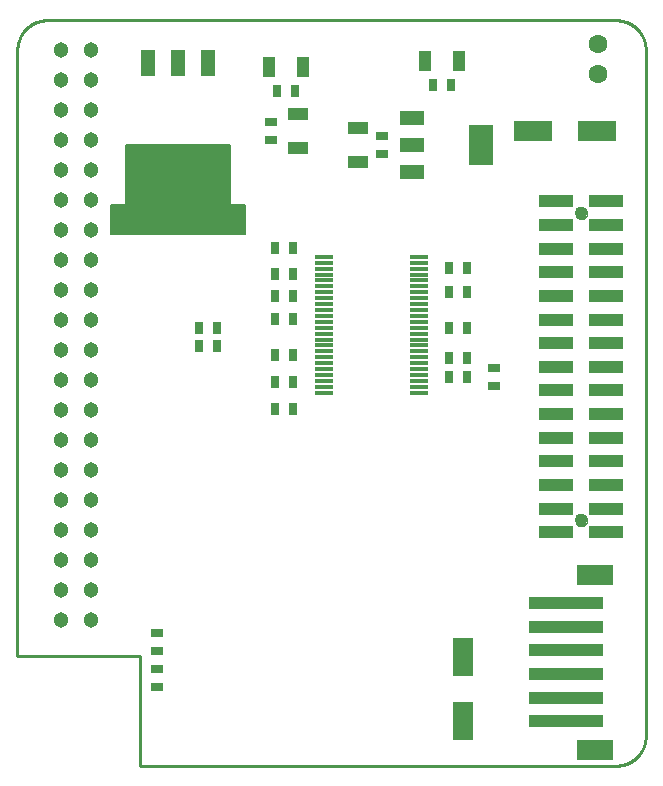
<source format=gts>
G75*
%MOIN*%
%OFA0B0*%
%FSLAX25Y25*%
%IPPOS*%
%LPD*%
%AMOC8*
5,1,8,0,0,1.08239X$1,22.5*
%
%ADD10C,0.01000*%
%ADD11R,0.02762X0.03943*%
%ADD12R,0.06699X0.03943*%
%ADD13R,0.03943X0.06699*%
%ADD14R,0.03943X0.02762*%
%ADD15C,0.05124*%
%ADD16R,0.11227X0.04337*%
%ADD17C,0.00000*%
%ADD18C,0.04337*%
%ADD19R,0.24809X0.04337*%
%ADD20R,0.12211X0.06699*%
%ADD21C,0.06306*%
%ADD22R,0.06306X0.01581*%
%ADD23R,0.08274X0.04731*%
%ADD24R,0.08274X0.13392*%
%ADD25R,0.12998X0.06699*%
%ADD26R,0.06699X0.12998*%
%ADD27R,0.04600X0.08900*%
%ADD28C,0.00500*%
D10*
X0001500Y0038000D02*
X0042500Y0038000D01*
X0042500Y0001500D01*
X0201000Y0001500D01*
X0201242Y0001503D01*
X0201483Y0001512D01*
X0201724Y0001526D01*
X0201965Y0001547D01*
X0202205Y0001573D01*
X0202445Y0001605D01*
X0202684Y0001643D01*
X0202921Y0001686D01*
X0203158Y0001736D01*
X0203393Y0001791D01*
X0203627Y0001851D01*
X0203859Y0001918D01*
X0204090Y0001989D01*
X0204319Y0002067D01*
X0204546Y0002150D01*
X0204771Y0002238D01*
X0204994Y0002332D01*
X0205214Y0002431D01*
X0205432Y0002536D01*
X0205647Y0002645D01*
X0205860Y0002760D01*
X0206070Y0002880D01*
X0206276Y0003005D01*
X0206480Y0003135D01*
X0206681Y0003270D01*
X0206878Y0003410D01*
X0207072Y0003554D01*
X0207262Y0003703D01*
X0207448Y0003857D01*
X0207631Y0004015D01*
X0207810Y0004177D01*
X0207985Y0004344D01*
X0208156Y0004515D01*
X0208323Y0004690D01*
X0208485Y0004869D01*
X0208643Y0005052D01*
X0208797Y0005238D01*
X0208946Y0005428D01*
X0209090Y0005622D01*
X0209230Y0005819D01*
X0209365Y0006020D01*
X0209495Y0006224D01*
X0209620Y0006430D01*
X0209740Y0006640D01*
X0209855Y0006853D01*
X0209964Y0007068D01*
X0210069Y0007286D01*
X0210168Y0007506D01*
X0210262Y0007729D01*
X0210350Y0007954D01*
X0210433Y0008181D01*
X0210511Y0008410D01*
X0210582Y0008641D01*
X0210649Y0008873D01*
X0210709Y0009107D01*
X0210764Y0009342D01*
X0210814Y0009579D01*
X0210857Y0009816D01*
X0210895Y0010055D01*
X0210927Y0010295D01*
X0210953Y0010535D01*
X0210974Y0010776D01*
X0210988Y0011017D01*
X0210997Y0011258D01*
X0211000Y0011500D01*
X0211000Y0240000D01*
X0210997Y0240242D01*
X0210988Y0240483D01*
X0210974Y0240724D01*
X0210953Y0240965D01*
X0210927Y0241205D01*
X0210895Y0241445D01*
X0210857Y0241684D01*
X0210814Y0241921D01*
X0210764Y0242158D01*
X0210709Y0242393D01*
X0210649Y0242627D01*
X0210582Y0242859D01*
X0210511Y0243090D01*
X0210433Y0243319D01*
X0210350Y0243546D01*
X0210262Y0243771D01*
X0210168Y0243994D01*
X0210069Y0244214D01*
X0209964Y0244432D01*
X0209855Y0244647D01*
X0209740Y0244860D01*
X0209620Y0245070D01*
X0209495Y0245276D01*
X0209365Y0245480D01*
X0209230Y0245681D01*
X0209090Y0245878D01*
X0208946Y0246072D01*
X0208797Y0246262D01*
X0208643Y0246448D01*
X0208485Y0246631D01*
X0208323Y0246810D01*
X0208156Y0246985D01*
X0207985Y0247156D01*
X0207810Y0247323D01*
X0207631Y0247485D01*
X0207448Y0247643D01*
X0207262Y0247797D01*
X0207072Y0247946D01*
X0206878Y0248090D01*
X0206681Y0248230D01*
X0206480Y0248365D01*
X0206276Y0248495D01*
X0206070Y0248620D01*
X0205860Y0248740D01*
X0205647Y0248855D01*
X0205432Y0248964D01*
X0205214Y0249069D01*
X0204994Y0249168D01*
X0204771Y0249262D01*
X0204546Y0249350D01*
X0204319Y0249433D01*
X0204090Y0249511D01*
X0203859Y0249582D01*
X0203627Y0249649D01*
X0203393Y0249709D01*
X0203158Y0249764D01*
X0202921Y0249814D01*
X0202684Y0249857D01*
X0202445Y0249895D01*
X0202205Y0249927D01*
X0201965Y0249953D01*
X0201724Y0249974D01*
X0201483Y0249988D01*
X0201242Y0249997D01*
X0201000Y0250000D01*
X0011500Y0250000D01*
X0011258Y0249997D01*
X0011017Y0249988D01*
X0010776Y0249974D01*
X0010535Y0249953D01*
X0010295Y0249927D01*
X0010055Y0249895D01*
X0009816Y0249857D01*
X0009579Y0249814D01*
X0009342Y0249764D01*
X0009107Y0249709D01*
X0008873Y0249649D01*
X0008641Y0249582D01*
X0008410Y0249511D01*
X0008181Y0249433D01*
X0007954Y0249350D01*
X0007729Y0249262D01*
X0007506Y0249168D01*
X0007286Y0249069D01*
X0007068Y0248964D01*
X0006853Y0248855D01*
X0006640Y0248740D01*
X0006430Y0248620D01*
X0006224Y0248495D01*
X0006020Y0248365D01*
X0005819Y0248230D01*
X0005622Y0248090D01*
X0005428Y0247946D01*
X0005238Y0247797D01*
X0005052Y0247643D01*
X0004869Y0247485D01*
X0004690Y0247323D01*
X0004515Y0247156D01*
X0004344Y0246985D01*
X0004177Y0246810D01*
X0004015Y0246631D01*
X0003857Y0246448D01*
X0003703Y0246262D01*
X0003554Y0246072D01*
X0003410Y0245878D01*
X0003270Y0245681D01*
X0003135Y0245480D01*
X0003005Y0245276D01*
X0002880Y0245070D01*
X0002760Y0244860D01*
X0002645Y0244647D01*
X0002536Y0244432D01*
X0002431Y0244214D01*
X0002332Y0243994D01*
X0002238Y0243771D01*
X0002150Y0243546D01*
X0002067Y0243319D01*
X0001989Y0243090D01*
X0001918Y0242859D01*
X0001851Y0242627D01*
X0001791Y0242393D01*
X0001736Y0242158D01*
X0001686Y0241921D01*
X0001643Y0241684D01*
X0001605Y0241445D01*
X0001573Y0241205D01*
X0001547Y0240965D01*
X0001526Y0240724D01*
X0001512Y0240483D01*
X0001503Y0240242D01*
X0001500Y0240000D01*
X0001500Y0038000D01*
D11*
X0087547Y0120500D03*
X0093453Y0120500D03*
X0093453Y0129500D03*
X0087547Y0129500D03*
X0087547Y0138500D03*
X0093453Y0138500D03*
X0093453Y0150500D03*
X0087547Y0150500D03*
X0087547Y0158000D03*
X0093453Y0158000D03*
X0093453Y0165500D03*
X0087547Y0165500D03*
X0087547Y0174200D03*
X0093453Y0174200D03*
X0067953Y0147500D03*
X0062047Y0147500D03*
X0062047Y0141500D03*
X0067953Y0141500D03*
X0088047Y0226500D03*
X0093953Y0226500D03*
X0140047Y0228500D03*
X0145953Y0228500D03*
X0145547Y0167500D03*
X0151453Y0167500D03*
X0151453Y0159500D03*
X0145547Y0159500D03*
X0145547Y0147500D03*
X0151453Y0147500D03*
X0151453Y0137500D03*
X0151453Y0131000D03*
X0145547Y0131000D03*
X0145547Y0137500D03*
D12*
X0115000Y0202791D03*
X0115000Y0214209D03*
X0095000Y0218709D03*
X0095000Y0207291D03*
D13*
X0096709Y0234500D03*
X0085291Y0234500D03*
X0137291Y0236500D03*
X0148709Y0236500D03*
D14*
X0123000Y0211453D03*
X0123000Y0205547D03*
X0086000Y0210047D03*
X0086000Y0215953D03*
X0160500Y0133953D03*
X0160500Y0128047D03*
X0048200Y0045753D03*
X0048200Y0039847D03*
X0048200Y0033753D03*
X0048200Y0027847D03*
D15*
X0026000Y0050000D03*
X0026000Y0060000D03*
X0026000Y0070000D03*
X0026000Y0080000D03*
X0026000Y0090000D03*
X0026000Y0100000D03*
X0026000Y0110000D03*
X0026000Y0120000D03*
X0026000Y0130000D03*
X0026000Y0140000D03*
X0026000Y0150000D03*
X0026000Y0160000D03*
X0026000Y0170000D03*
X0026000Y0180000D03*
X0026000Y0190000D03*
X0026000Y0200000D03*
X0026000Y0210000D03*
X0026000Y0220000D03*
X0026000Y0230000D03*
X0026000Y0240000D03*
X0016000Y0240000D03*
X0016000Y0230000D03*
X0016000Y0220000D03*
X0016000Y0210000D03*
X0016000Y0200000D03*
X0016000Y0190000D03*
X0016000Y0180000D03*
X0016000Y0170000D03*
X0016000Y0160000D03*
X0016000Y0150000D03*
X0016000Y0140000D03*
X0016000Y0130000D03*
X0016000Y0120000D03*
X0016000Y0110000D03*
X0016000Y0100000D03*
X0016000Y0090000D03*
X0016000Y0080000D03*
X0016000Y0070000D03*
X0016000Y0060000D03*
X0016000Y0050000D03*
D16*
X0181134Y0079382D03*
X0181134Y0087256D03*
X0181134Y0095130D03*
X0181134Y0103004D03*
X0181134Y0110878D03*
X0181134Y0118752D03*
X0181134Y0126626D03*
X0181134Y0134500D03*
X0181134Y0142374D03*
X0181134Y0150248D03*
X0181134Y0158122D03*
X0181134Y0165996D03*
X0181134Y0173870D03*
X0181134Y0181744D03*
X0181134Y0189618D03*
X0197866Y0189618D03*
X0197866Y0181744D03*
X0197866Y0173870D03*
X0197866Y0165996D03*
X0197866Y0158122D03*
X0197866Y0150248D03*
X0197866Y0142374D03*
X0197866Y0134500D03*
X0197866Y0126626D03*
X0197866Y0118752D03*
X0197866Y0110878D03*
X0197866Y0103004D03*
X0197866Y0095130D03*
X0197866Y0087256D03*
X0197866Y0079382D03*
D17*
X0187531Y0083319D02*
X0187533Y0083407D01*
X0187539Y0083495D01*
X0187549Y0083583D01*
X0187563Y0083671D01*
X0187580Y0083757D01*
X0187602Y0083843D01*
X0187627Y0083927D01*
X0187657Y0084011D01*
X0187689Y0084093D01*
X0187726Y0084173D01*
X0187766Y0084252D01*
X0187810Y0084329D01*
X0187857Y0084404D01*
X0187907Y0084476D01*
X0187961Y0084547D01*
X0188017Y0084614D01*
X0188077Y0084680D01*
X0188139Y0084742D01*
X0188205Y0084802D01*
X0188272Y0084858D01*
X0188343Y0084912D01*
X0188415Y0084962D01*
X0188490Y0085009D01*
X0188567Y0085053D01*
X0188646Y0085093D01*
X0188726Y0085130D01*
X0188808Y0085162D01*
X0188892Y0085192D01*
X0188976Y0085217D01*
X0189062Y0085239D01*
X0189148Y0085256D01*
X0189236Y0085270D01*
X0189324Y0085280D01*
X0189412Y0085286D01*
X0189500Y0085288D01*
X0189588Y0085286D01*
X0189676Y0085280D01*
X0189764Y0085270D01*
X0189852Y0085256D01*
X0189938Y0085239D01*
X0190024Y0085217D01*
X0190108Y0085192D01*
X0190192Y0085162D01*
X0190274Y0085130D01*
X0190354Y0085093D01*
X0190433Y0085053D01*
X0190510Y0085009D01*
X0190585Y0084962D01*
X0190657Y0084912D01*
X0190728Y0084858D01*
X0190795Y0084802D01*
X0190861Y0084742D01*
X0190923Y0084680D01*
X0190983Y0084614D01*
X0191039Y0084547D01*
X0191093Y0084476D01*
X0191143Y0084404D01*
X0191190Y0084329D01*
X0191234Y0084252D01*
X0191274Y0084173D01*
X0191311Y0084093D01*
X0191343Y0084011D01*
X0191373Y0083927D01*
X0191398Y0083843D01*
X0191420Y0083757D01*
X0191437Y0083671D01*
X0191451Y0083583D01*
X0191461Y0083495D01*
X0191467Y0083407D01*
X0191469Y0083319D01*
X0191467Y0083231D01*
X0191461Y0083143D01*
X0191451Y0083055D01*
X0191437Y0082967D01*
X0191420Y0082881D01*
X0191398Y0082795D01*
X0191373Y0082711D01*
X0191343Y0082627D01*
X0191311Y0082545D01*
X0191274Y0082465D01*
X0191234Y0082386D01*
X0191190Y0082309D01*
X0191143Y0082234D01*
X0191093Y0082162D01*
X0191039Y0082091D01*
X0190983Y0082024D01*
X0190923Y0081958D01*
X0190861Y0081896D01*
X0190795Y0081836D01*
X0190728Y0081780D01*
X0190657Y0081726D01*
X0190585Y0081676D01*
X0190510Y0081629D01*
X0190433Y0081585D01*
X0190354Y0081545D01*
X0190274Y0081508D01*
X0190192Y0081476D01*
X0190108Y0081446D01*
X0190024Y0081421D01*
X0189938Y0081399D01*
X0189852Y0081382D01*
X0189764Y0081368D01*
X0189676Y0081358D01*
X0189588Y0081352D01*
X0189500Y0081350D01*
X0189412Y0081352D01*
X0189324Y0081358D01*
X0189236Y0081368D01*
X0189148Y0081382D01*
X0189062Y0081399D01*
X0188976Y0081421D01*
X0188892Y0081446D01*
X0188808Y0081476D01*
X0188726Y0081508D01*
X0188646Y0081545D01*
X0188567Y0081585D01*
X0188490Y0081629D01*
X0188415Y0081676D01*
X0188343Y0081726D01*
X0188272Y0081780D01*
X0188205Y0081836D01*
X0188139Y0081896D01*
X0188077Y0081958D01*
X0188017Y0082024D01*
X0187961Y0082091D01*
X0187907Y0082162D01*
X0187857Y0082234D01*
X0187810Y0082309D01*
X0187766Y0082386D01*
X0187726Y0082465D01*
X0187689Y0082545D01*
X0187657Y0082627D01*
X0187627Y0082711D01*
X0187602Y0082795D01*
X0187580Y0082881D01*
X0187563Y0082967D01*
X0187549Y0083055D01*
X0187539Y0083143D01*
X0187533Y0083231D01*
X0187531Y0083319D01*
X0187531Y0185681D02*
X0187533Y0185769D01*
X0187539Y0185857D01*
X0187549Y0185945D01*
X0187563Y0186033D01*
X0187580Y0186119D01*
X0187602Y0186205D01*
X0187627Y0186289D01*
X0187657Y0186373D01*
X0187689Y0186455D01*
X0187726Y0186535D01*
X0187766Y0186614D01*
X0187810Y0186691D01*
X0187857Y0186766D01*
X0187907Y0186838D01*
X0187961Y0186909D01*
X0188017Y0186976D01*
X0188077Y0187042D01*
X0188139Y0187104D01*
X0188205Y0187164D01*
X0188272Y0187220D01*
X0188343Y0187274D01*
X0188415Y0187324D01*
X0188490Y0187371D01*
X0188567Y0187415D01*
X0188646Y0187455D01*
X0188726Y0187492D01*
X0188808Y0187524D01*
X0188892Y0187554D01*
X0188976Y0187579D01*
X0189062Y0187601D01*
X0189148Y0187618D01*
X0189236Y0187632D01*
X0189324Y0187642D01*
X0189412Y0187648D01*
X0189500Y0187650D01*
X0189588Y0187648D01*
X0189676Y0187642D01*
X0189764Y0187632D01*
X0189852Y0187618D01*
X0189938Y0187601D01*
X0190024Y0187579D01*
X0190108Y0187554D01*
X0190192Y0187524D01*
X0190274Y0187492D01*
X0190354Y0187455D01*
X0190433Y0187415D01*
X0190510Y0187371D01*
X0190585Y0187324D01*
X0190657Y0187274D01*
X0190728Y0187220D01*
X0190795Y0187164D01*
X0190861Y0187104D01*
X0190923Y0187042D01*
X0190983Y0186976D01*
X0191039Y0186909D01*
X0191093Y0186838D01*
X0191143Y0186766D01*
X0191190Y0186691D01*
X0191234Y0186614D01*
X0191274Y0186535D01*
X0191311Y0186455D01*
X0191343Y0186373D01*
X0191373Y0186289D01*
X0191398Y0186205D01*
X0191420Y0186119D01*
X0191437Y0186033D01*
X0191451Y0185945D01*
X0191461Y0185857D01*
X0191467Y0185769D01*
X0191469Y0185681D01*
X0191467Y0185593D01*
X0191461Y0185505D01*
X0191451Y0185417D01*
X0191437Y0185329D01*
X0191420Y0185243D01*
X0191398Y0185157D01*
X0191373Y0185073D01*
X0191343Y0184989D01*
X0191311Y0184907D01*
X0191274Y0184827D01*
X0191234Y0184748D01*
X0191190Y0184671D01*
X0191143Y0184596D01*
X0191093Y0184524D01*
X0191039Y0184453D01*
X0190983Y0184386D01*
X0190923Y0184320D01*
X0190861Y0184258D01*
X0190795Y0184198D01*
X0190728Y0184142D01*
X0190657Y0184088D01*
X0190585Y0184038D01*
X0190510Y0183991D01*
X0190433Y0183947D01*
X0190354Y0183907D01*
X0190274Y0183870D01*
X0190192Y0183838D01*
X0190108Y0183808D01*
X0190024Y0183783D01*
X0189938Y0183761D01*
X0189852Y0183744D01*
X0189764Y0183730D01*
X0189676Y0183720D01*
X0189588Y0183714D01*
X0189500Y0183712D01*
X0189412Y0183714D01*
X0189324Y0183720D01*
X0189236Y0183730D01*
X0189148Y0183744D01*
X0189062Y0183761D01*
X0188976Y0183783D01*
X0188892Y0183808D01*
X0188808Y0183838D01*
X0188726Y0183870D01*
X0188646Y0183907D01*
X0188567Y0183947D01*
X0188490Y0183991D01*
X0188415Y0184038D01*
X0188343Y0184088D01*
X0188272Y0184142D01*
X0188205Y0184198D01*
X0188139Y0184258D01*
X0188077Y0184320D01*
X0188017Y0184386D01*
X0187961Y0184453D01*
X0187907Y0184524D01*
X0187857Y0184596D01*
X0187810Y0184671D01*
X0187766Y0184748D01*
X0187726Y0184827D01*
X0187689Y0184907D01*
X0187657Y0184989D01*
X0187627Y0185073D01*
X0187602Y0185157D01*
X0187580Y0185243D01*
X0187563Y0185329D01*
X0187549Y0185417D01*
X0187539Y0185505D01*
X0187533Y0185593D01*
X0187531Y0185681D01*
D18*
X0189500Y0185681D03*
X0189500Y0083319D03*
D19*
X0184500Y0055685D03*
X0184500Y0047811D03*
X0184500Y0039937D03*
X0184500Y0032063D03*
X0184500Y0024189D03*
X0184500Y0016315D03*
D20*
X0193949Y0006866D03*
X0193949Y0065134D03*
D21*
X0195000Y0232000D03*
X0195000Y0242000D03*
D22*
X0135248Y0171138D03*
X0135248Y0169169D03*
X0135248Y0167201D03*
X0135248Y0165232D03*
X0135248Y0163264D03*
X0135248Y0161295D03*
X0135248Y0159327D03*
X0135248Y0157358D03*
X0135248Y0155390D03*
X0135248Y0153421D03*
X0135248Y0151453D03*
X0135248Y0149484D03*
X0135248Y0147516D03*
X0135248Y0145547D03*
X0135248Y0143579D03*
X0135248Y0141610D03*
X0135248Y0139642D03*
X0135248Y0137673D03*
X0135248Y0135705D03*
X0135248Y0133736D03*
X0135248Y0131768D03*
X0135248Y0129799D03*
X0135248Y0127831D03*
X0135248Y0125862D03*
X0103752Y0125862D03*
X0103752Y0127831D03*
X0103752Y0129799D03*
X0103752Y0131768D03*
X0103752Y0133736D03*
X0103752Y0135705D03*
X0103752Y0137673D03*
X0103752Y0139642D03*
X0103752Y0141610D03*
X0103752Y0143579D03*
X0103752Y0145547D03*
X0103752Y0147516D03*
X0103752Y0149484D03*
X0103752Y0151453D03*
X0103752Y0153421D03*
X0103752Y0155390D03*
X0103752Y0157358D03*
X0103752Y0159327D03*
X0103752Y0161295D03*
X0103752Y0163264D03*
X0103752Y0165232D03*
X0103752Y0167201D03*
X0103752Y0169169D03*
X0103752Y0171138D03*
D23*
X0133000Y0199445D03*
X0133000Y0208500D03*
X0133000Y0217555D03*
D24*
X0156228Y0208500D03*
D25*
X0173370Y0213000D03*
X0194630Y0213000D03*
D26*
X0150000Y0037630D03*
X0150000Y0016370D03*
D27*
X0065000Y0235600D03*
X0055000Y0235600D03*
X0045000Y0235600D03*
D28*
X0037600Y0208300D02*
X0037600Y0188300D01*
X0032750Y0188300D01*
X0032750Y0178800D01*
X0077250Y0178800D01*
X0077250Y0188300D01*
X0072400Y0188300D01*
X0072400Y0208300D01*
X0037600Y0208300D01*
X0037600Y0207884D02*
X0072400Y0207884D01*
X0072400Y0207385D02*
X0037600Y0207385D01*
X0037600Y0206887D02*
X0072400Y0206887D01*
X0072400Y0206388D02*
X0037600Y0206388D01*
X0037600Y0205890D02*
X0072400Y0205890D01*
X0072400Y0205391D02*
X0037600Y0205391D01*
X0037600Y0204893D02*
X0072400Y0204893D01*
X0072400Y0204394D02*
X0037600Y0204394D01*
X0037600Y0203896D02*
X0072400Y0203896D01*
X0072400Y0203397D02*
X0037600Y0203397D01*
X0037600Y0202899D02*
X0072400Y0202899D01*
X0072400Y0202400D02*
X0037600Y0202400D01*
X0037600Y0201902D02*
X0072400Y0201902D01*
X0072400Y0201403D02*
X0037600Y0201403D01*
X0037600Y0200905D02*
X0072400Y0200905D01*
X0072400Y0200406D02*
X0037600Y0200406D01*
X0037600Y0199908D02*
X0072400Y0199908D01*
X0072400Y0199409D02*
X0037600Y0199409D01*
X0037600Y0198910D02*
X0072400Y0198910D01*
X0072400Y0198412D02*
X0037600Y0198412D01*
X0037600Y0197913D02*
X0072400Y0197913D01*
X0072400Y0197415D02*
X0037600Y0197415D01*
X0037600Y0196916D02*
X0072400Y0196916D01*
X0072400Y0196418D02*
X0037600Y0196418D01*
X0037600Y0195919D02*
X0072400Y0195919D01*
X0072400Y0195421D02*
X0037600Y0195421D01*
X0037600Y0194922D02*
X0072400Y0194922D01*
X0072400Y0194424D02*
X0037600Y0194424D01*
X0037600Y0193925D02*
X0072400Y0193925D01*
X0072400Y0193427D02*
X0037600Y0193427D01*
X0037600Y0192928D02*
X0072400Y0192928D01*
X0072400Y0192430D02*
X0037600Y0192430D01*
X0037600Y0191931D02*
X0072400Y0191931D01*
X0072400Y0191433D02*
X0037600Y0191433D01*
X0037600Y0190934D02*
X0072400Y0190934D01*
X0072400Y0190436D02*
X0037600Y0190436D01*
X0037600Y0189937D02*
X0072400Y0189937D01*
X0072400Y0189439D02*
X0037600Y0189439D01*
X0037600Y0188940D02*
X0072400Y0188940D01*
X0072400Y0188442D02*
X0037600Y0188442D01*
X0032750Y0187943D02*
X0077250Y0187943D01*
X0077250Y0187445D02*
X0032750Y0187445D01*
X0032750Y0186946D02*
X0077250Y0186946D01*
X0077250Y0186448D02*
X0032750Y0186448D01*
X0032750Y0185949D02*
X0077250Y0185949D01*
X0077250Y0185451D02*
X0032750Y0185451D01*
X0032750Y0184952D02*
X0077250Y0184952D01*
X0077250Y0184454D02*
X0032750Y0184454D01*
X0032750Y0183955D02*
X0077250Y0183955D01*
X0077250Y0183457D02*
X0032750Y0183457D01*
X0032750Y0182958D02*
X0077250Y0182958D01*
X0077250Y0182460D02*
X0032750Y0182460D01*
X0032750Y0181961D02*
X0077250Y0181961D01*
X0077250Y0181463D02*
X0032750Y0181463D01*
X0032750Y0180964D02*
X0077250Y0180964D01*
X0077250Y0180466D02*
X0032750Y0180466D01*
X0032750Y0179967D02*
X0077250Y0179967D01*
X0077250Y0179469D02*
X0032750Y0179469D01*
X0032750Y0178970D02*
X0077250Y0178970D01*
M02*

</source>
